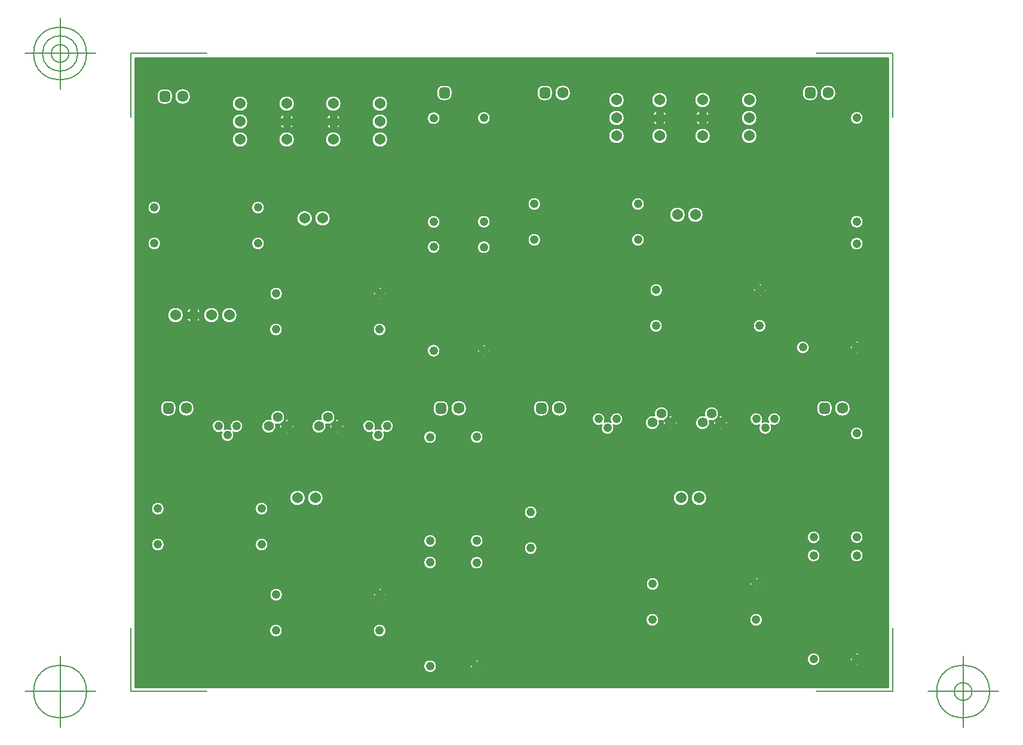
<source format=gbr>
G04 Generated by Ultiboard 14.2 *
%FSLAX33Y33*%
%MOMM*%

%ADD10C,0.001*%
%ADD11C,0.254*%
%ADD12C,0.127*%
%ADD13C,1.609*%
%ADD14R,0.529X0.529*%
%ADD15C,0.995*%
%ADD16C,1.537*%
%ADD17C,1.245*%
%ADD18C,1.397*%


G04 ColorRGB FF66CC for the following layer *
%LNCopper Inner 4*%
%LPD*%
G54D10*
G36*
X83691Y28577D02*
X83691Y28577D01*
X-22985Y28577D01*
X-22985Y117727D01*
X83691Y117727D01*
X83691Y28577D01*
D02*
G37*
%LPC*%
G36*
X71522Y113041D02*
X71522Y113041D01*
X71522Y112511D01*
G75*
D01*
G03X72379Y111654I857J0*
G01*
X72379Y111654D01*
X72909Y111654D01*
G75*
D01*
G03X73766Y112511I0J857*
G01*
X73766Y112511D01*
X73766Y113041D01*
G74*
D01*
G03X72909Y113898I857J0*
G01*
X72909Y113898D01*
X72379Y113898D01*
G75*
D01*
G03X71522Y113041I0J-857*
G01*
D02*
G37*
G36*
X72249Y109910D02*
G75*
D01*
G03X72249Y109910I-621J-722*
G01*
D02*
G37*
G36*
X72249Y46908D02*
G75*
D01*
G03X72249Y46908I903J304*
G01*
D02*
G37*
G36*
X72249Y32208D02*
G75*
D01*
G03X72249Y32208I903J304*
G01*
D02*
G37*
G36*
X72249Y49480D02*
G75*
D01*
G03X72249Y49480I903J304*
G01*
D02*
G37*
G36*
X72249Y95210D02*
G75*
D01*
G03X72249Y95210I-621J-722*
G01*
D02*
G37*
G36*
X72249Y92130D02*
G75*
D01*
G03X72249Y92130I-621J-722*
G01*
D02*
G37*
G36*
X79639Y75839D02*
X79639Y75839D01*
X79248Y76230D01*
X78857Y75839D01*
G75*
D01*
G03X79639Y75839I391J869*
G01*
D02*
G37*
G36*
X72249Y75986D02*
G75*
D01*
G03X72249Y75986I-621J722*
G01*
D02*
G37*
G36*
X72249Y64788D02*
G75*
D01*
G03X72249Y64788I903J-304*
G01*
D02*
G37*
G36*
X24249Y112022D02*
G75*
D01*
G03X24249Y112022I-881J754*
G01*
D02*
G37*
G36*
X249Y94140D02*
G75*
D01*
G03X249Y94140I767J856*
G01*
D02*
G37*
G36*
X249Y54250D02*
G75*
D01*
G03X249Y54250I-249J1122*
G01*
D02*
G37*
G36*
X48249Y49072D02*
G75*
D01*
G03X48249Y49072I-497J-812*
G01*
D02*
G37*
G36*
X18450Y75811D02*
G75*
D01*
G03X18450Y75811I854J421*
G01*
D02*
G37*
G36*
X48249Y90996D02*
G75*
D01*
G03X48249Y90996I11J952*
G01*
D02*
G37*
G36*
X48249Y96076D02*
G75*
D01*
G03X48249Y96076I11J952*
G01*
D02*
G37*
G36*
X26631Y75811D02*
G75*
D01*
G03X26631Y75811I-215J389*
G01*
D02*
G37*
G36*
X27285Y75809D02*
G75*
D01*
G03X27285Y76591I-869J391*
G01*
X27285Y76591D01*
X26894Y76200D01*
X27283Y75811D01*
X27285Y75809D01*
D02*
G37*
G36*
X25547Y75809D02*
X25547Y75809D01*
X25549Y75811D01*
X25938Y76200D01*
X25547Y76591D01*
G75*
D01*
G03X25547Y75809I869J-391*
G01*
D02*
G37*
G36*
X48249Y52528D02*
G75*
D01*
G03X48249Y52528I-497J812*
G01*
D02*
G37*
G36*
X78296Y109220D02*
G75*
D01*
G03X78296Y109220I952J0*
G01*
D02*
G37*
G36*
X74024Y112776D02*
G75*
D01*
G03X74024Y112776I1160J0*
G01*
D02*
G37*
G36*
X78296Y49816D02*
G75*
D01*
G03X78296Y49816I952J0*
G01*
D02*
G37*
G36*
X79639Y31643D02*
X79639Y31643D01*
X79248Y32034D01*
X78857Y31643D01*
G75*
D01*
G03X79639Y31643I391J869*
G01*
D02*
G37*
G36*
X80117Y32903D02*
X80117Y32903D01*
X79726Y32512D01*
X80117Y32121D01*
G75*
D01*
G03X80117Y32903I-869J391*
G01*
D02*
G37*
G36*
X78379Y32903D02*
G75*
D01*
G03X78379Y32121I869J-391*
G01*
X78379Y32121D01*
X78770Y32512D01*
X78379Y32903D01*
D02*
G37*
G36*
X78857Y33381D02*
X78857Y33381D01*
X79248Y32990D01*
X79639Y33381D01*
G75*
D01*
G03X78857Y33381I-391J-869*
G01*
D02*
G37*
G36*
X78804Y32512D02*
G75*
D01*
G03X78804Y32512I444J0*
G01*
D02*
G37*
G36*
X78296Y47212D02*
G75*
D01*
G03X78296Y47212I952J0*
G01*
D02*
G37*
G36*
X78296Y94520D02*
G75*
D01*
G03X78296Y94520I952J0*
G01*
D02*
G37*
G36*
X80117Y77099D02*
X80117Y77099D01*
X79726Y76708D01*
X80117Y76317D01*
G75*
D01*
G03X80117Y77099I-869J391*
G01*
D02*
G37*
G36*
X78379Y77099D02*
G75*
D01*
G03X78379Y76317I869J-391*
G01*
X78379Y76317D01*
X78770Y76708D01*
X78379Y77099D01*
D02*
G37*
G36*
X78857Y77577D02*
X78857Y77577D01*
X79248Y77186D01*
X79639Y77577D01*
G75*
D01*
G03X78857Y77577I-391J-869*
G01*
D02*
G37*
G36*
X78804Y76708D02*
G75*
D01*
G03X78804Y76708I444J0*
G01*
D02*
G37*
G36*
X78296Y91408D02*
G75*
D01*
G03X78296Y91408I952J0*
G01*
D02*
G37*
G36*
X78296Y64516D02*
G75*
D01*
G03X78296Y64516I952J0*
G01*
D02*
G37*
G36*
X73554Y68337D02*
X73554Y68337D01*
X73554Y67807D01*
G75*
D01*
G03X74411Y66950I857J0*
G01*
X74411Y66950D01*
X74941Y66950D01*
G75*
D01*
G03X75798Y67807I0J857*
G01*
X75798Y67807D01*
X75798Y68337D01*
G74*
D01*
G03X74941Y69194I857J0*
G01*
X74941Y69194D01*
X74411Y69194D01*
G75*
D01*
G03X73554Y68337I0J-857*
G01*
D02*
G37*
G36*
X76056Y68072D02*
G75*
D01*
G03X76056Y68072I1160J0*
G01*
D02*
G37*
G36*
X-9277Y106172D02*
G75*
D01*
G03X-9277Y106172I1149J0*
G01*
D02*
G37*
G36*
X-2673Y106172D02*
G75*
D01*
G03X-2673Y106172I1149J0*
G01*
D02*
G37*
G36*
X-9277Y108712D02*
G75*
D01*
G03X-9277Y108712I1149J0*
G01*
D02*
G37*
G36*
X-1097Y109120D02*
X-1097Y109120D01*
X-449Y109120D01*
G74*
D01*
G03X-1116Y109787I1075J408*
G01*
X-1116Y109787D01*
X-1116Y109139D01*
G75*
D01*
G03X-1932Y109139I-408J-427*
G01*
X-1932Y109139D01*
X-1932Y109787D01*
G74*
D01*
G03X-2599Y109120I408J1075*
G01*
X-2599Y109120D01*
X-1951Y109120D01*
G75*
D01*
G03X-1951Y108304I427J-408*
G01*
X-1951Y108304D01*
X-2599Y108304D01*
G74*
D01*
G03X-1932Y107637I1075J408*
G01*
X-1932Y107637D01*
X-1932Y108285D01*
G75*
D01*
G03X-1116Y108285I408J427*
G01*
X-1116Y108285D01*
X-1116Y107637D01*
G74*
D01*
G03X-449Y108304I408J1075*
G01*
X-449Y108304D01*
X-1097Y108304D01*
G75*
D01*
G03X-1097Y109120I-427J408*
G01*
D02*
G37*
G36*
X-19918Y112533D02*
X-19918Y112533D01*
X-19918Y112003D01*
G75*
D01*
G03X-19061Y111146I857J0*
G01*
X-19061Y111146D01*
X-18531Y111146D01*
G75*
D01*
G03X-17674Y112003I0J857*
G01*
X-17674Y112003D01*
X-17674Y112533D01*
G74*
D01*
G03X-18531Y113390I857J0*
G01*
X-18531Y113390D01*
X-19061Y113390D01*
G75*
D01*
G03X-19918Y112533I0J-857*
G01*
D02*
G37*
G36*
X-17416Y112268D02*
G75*
D01*
G03X-17416Y112268I1160J0*
G01*
D02*
G37*
G36*
X-9277Y111252D02*
G75*
D01*
G03X-9277Y111252I1149J0*
G01*
D02*
G37*
G36*
X-2673Y111252D02*
G75*
D01*
G03X-2673Y111252I1149J0*
G01*
D02*
G37*
G36*
X3931Y106172D02*
G75*
D01*
G03X3931Y106172I1149J0*
G01*
D02*
G37*
G36*
X10535Y106172D02*
G75*
D01*
G03X10535Y106172I1149J0*
G01*
D02*
G37*
G36*
X5507Y109120D02*
X5507Y109120D01*
X6155Y109120D01*
G74*
D01*
G03X5488Y109787I1075J408*
G01*
X5488Y109787D01*
X5488Y109139D01*
G75*
D01*
G03X4672Y109139I-408J-427*
G01*
X4672Y109139D01*
X4672Y109787D01*
G74*
D01*
G03X4005Y109120I408J1075*
G01*
X4005Y109120D01*
X4653Y109120D01*
G75*
D01*
G03X4653Y108304I427J-408*
G01*
X4653Y108304D01*
X4005Y108304D01*
G74*
D01*
G03X4672Y107637I1075J408*
G01*
X4672Y107637D01*
X4672Y108285D01*
G75*
D01*
G03X5488Y108285I408J427*
G01*
X5488Y108285D01*
X5488Y107637D01*
G74*
D01*
G03X6155Y108304I408J1075*
G01*
X6155Y108304D01*
X5507Y108304D01*
G75*
D01*
G03X5507Y109120I-427J408*
G01*
D02*
G37*
G36*
X10535Y108712D02*
G75*
D01*
G03X10535Y108712I1149J0*
G01*
D02*
G37*
G36*
X18352Y109188D02*
G75*
D01*
G03X18352Y109188I952J0*
G01*
D02*
G37*
G36*
X3931Y111252D02*
G75*
D01*
G03X3931Y111252I1149J0*
G01*
D02*
G37*
G36*
X10535Y111252D02*
G75*
D01*
G03X10535Y111252I1149J0*
G01*
D02*
G37*
G36*
X19706Y113041D02*
X19706Y113041D01*
X19706Y112511D01*
G75*
D01*
G03X20563Y111654I857J0*
G01*
X20563Y111654D01*
X21093Y111654D01*
G75*
D01*
G03X21950Y112511I0J857*
G01*
X21950Y112511D01*
X21950Y113041D01*
G74*
D01*
G03X21093Y113898I857J0*
G01*
X21093Y113898D01*
X20563Y113898D01*
G75*
D01*
G03X19706Y113041I0J-857*
G01*
D02*
G37*
G36*
X50159Y106680D02*
G75*
D01*
G03X50159Y106680I1149J0*
G01*
D02*
G37*
G36*
X56255Y106680D02*
G75*
D01*
G03X56255Y106680I1149J0*
G01*
D02*
G37*
G36*
X62859Y106680D02*
G75*
D01*
G03X62859Y106680I1149J0*
G01*
D02*
G37*
G36*
X51735Y109628D02*
X51735Y109628D01*
X52383Y109628D01*
G74*
D01*
G03X51716Y110295I1075J408*
G01*
X51716Y110295D01*
X51716Y109647D01*
G75*
D01*
G03X50900Y109647I-408J-427*
G01*
X50900Y109647D01*
X50900Y110295D01*
G74*
D01*
G03X50233Y109628I408J1075*
G01*
X50233Y109628D01*
X50881Y109628D01*
G75*
D01*
G03X50881Y108812I427J-408*
G01*
X50881Y108812D01*
X50233Y108812D01*
G74*
D01*
G03X50900Y108145I1075J408*
G01*
X50900Y108145D01*
X50900Y108793D01*
G75*
D01*
G03X51716Y108793I408J427*
G01*
X51716Y108793D01*
X51716Y108145D01*
G74*
D01*
G03X52383Y108812I408J1075*
G01*
X52383Y108812D01*
X51735Y108812D01*
G75*
D01*
G03X51735Y109628I-427J408*
G01*
D02*
G37*
G36*
X57831Y109628D02*
X57831Y109628D01*
X58479Y109628D01*
G74*
D01*
G03X57812Y110295I1075J408*
G01*
X57812Y110295D01*
X57812Y109647D01*
G75*
D01*
G03X56996Y109647I-408J-427*
G01*
X56996Y109647D01*
X56996Y110295D01*
G74*
D01*
G03X56329Y109628I408J1075*
G01*
X56329Y109628D01*
X56977Y109628D01*
G75*
D01*
G03X56977Y108812I427J-408*
G01*
X56977Y108812D01*
X56329Y108812D01*
G74*
D01*
G03X56996Y108145I1075J408*
G01*
X56996Y108145D01*
X56996Y108793D01*
G75*
D01*
G03X57812Y108793I408J427*
G01*
X57812Y108793D01*
X57812Y108145D01*
G74*
D01*
G03X58479Y108812I408J1075*
G01*
X58479Y108812D01*
X57831Y108812D01*
G75*
D01*
G03X57831Y109628I-427J408*
G01*
D02*
G37*
G36*
X62859Y109220D02*
G75*
D01*
G03X62859Y109220I1149J0*
G01*
D02*
G37*
G36*
X50159Y111760D02*
G75*
D01*
G03X50159Y111760I1149J0*
G01*
D02*
G37*
G36*
X56255Y111760D02*
G75*
D01*
G03X56255Y111760I1149J0*
G01*
D02*
G37*
G36*
X62859Y111760D02*
G75*
D01*
G03X62859Y111760I1149J0*
G01*
D02*
G37*
G36*
X44063Y106680D02*
G75*
D01*
G03X44063Y106680I1149J0*
G01*
D02*
G37*
G36*
X25464Y109220D02*
G75*
D01*
G03X25464Y109220I952J0*
G01*
D02*
G37*
G36*
X44063Y109220D02*
G75*
D01*
G03X44063Y109220I1149J0*
G01*
D02*
G37*
G36*
X33930Y113041D02*
X33930Y113041D01*
X33930Y112511D01*
G75*
D01*
G03X34787Y111654I857J0*
G01*
X34787Y111654D01*
X35317Y111654D01*
G75*
D01*
G03X36174Y112511I0J857*
G01*
X36174Y112511D01*
X36174Y113041D01*
G74*
D01*
G03X35317Y113898I857J0*
G01*
X35317Y113898D01*
X34787Y113898D01*
G75*
D01*
G03X33930Y113041I0J-857*
G01*
D02*
G37*
G36*
X36432Y112776D02*
G75*
D01*
G03X36432Y112776I1160J0*
G01*
D02*
G37*
G36*
X44063Y111760D02*
G75*
D01*
G03X44063Y111760I1149J0*
G01*
D02*
G37*
G36*
X-6032Y48768D02*
G75*
D01*
G03X-6032Y48768I952J0*
G01*
D02*
G37*
G36*
X-4000Y36576D02*
G75*
D01*
G03X-4000Y36576I952J0*
G01*
D02*
G37*
G36*
X-3968Y41656D02*
G75*
D01*
G03X-3968Y41656I952J0*
G01*
D02*
G37*
G36*
X-20732Y48768D02*
G75*
D01*
G03X-20732Y48768I952J0*
G01*
D02*
G37*
G36*
X-6540Y96520D02*
G75*
D01*
G03X-6540Y96520I952J0*
G01*
D02*
G37*
G36*
X-4000Y79248D02*
G75*
D01*
G03X-4000Y79248I952J0*
G01*
D02*
G37*
G36*
X-18421Y81280D02*
G75*
D01*
G03X-18421Y81280I1149J0*
G01*
D02*
G37*
G36*
X-14305Y81688D02*
X-14305Y81688D01*
X-13657Y81688D01*
G74*
D01*
G03X-14324Y82355I1075J408*
G01*
X-14324Y82355D01*
X-14324Y81707D01*
G75*
D01*
G03X-15140Y81707I-408J-427*
G01*
X-15140Y81707D01*
X-15140Y82355D01*
G74*
D01*
G03X-15807Y81688I408J1075*
G01*
X-15807Y81688D01*
X-15159Y81688D01*
G75*
D01*
G03X-15159Y80872I427J-408*
G01*
X-15159Y80872D01*
X-15807Y80872D01*
G74*
D01*
G03X-15140Y80205I1075J408*
G01*
X-15140Y80205D01*
X-15140Y80853D01*
G75*
D01*
G03X-14324Y80853I408J427*
G01*
X-14324Y80853D01*
X-14324Y80205D01*
G74*
D01*
G03X-13657Y80872I408J1075*
G01*
X-13657Y80872D01*
X-14305Y80872D01*
G75*
D01*
G03X-14305Y81688I-427J408*
G01*
D02*
G37*
G36*
X-13341Y81280D02*
G75*
D01*
G03X-13341Y81280I1149J0*
G01*
D02*
G37*
G36*
X-10801Y81280D02*
G75*
D01*
G03X-10801Y81280I1149J0*
G01*
D02*
G37*
G36*
X-3968Y84328D02*
G75*
D01*
G03X-3968Y84328I952J0*
G01*
D02*
G37*
G36*
X-21240Y91440D02*
G75*
D01*
G03X-21240Y91440I952J0*
G01*
D02*
G37*
G36*
X-6540Y91440D02*
G75*
D01*
G03X-6540Y91440I952J0*
G01*
D02*
G37*
G36*
X-21240Y96520D02*
G75*
D01*
G03X-21240Y96520I952J0*
G01*
D02*
G37*
G36*
X-3039Y65777D02*
G75*
D01*
G03X-2549Y65777I245J1025*
G01*
G75*
D01*
G03X-2485Y65099I1025J-245*
G01*
X-2485Y65099D01*
X-2053Y65532D01*
X-2361Y65841D01*
G74*
D01*
G03X-1833Y66369I433J961*
G01*
X-1833Y66369D01*
X-1524Y66061D01*
X-1091Y66493D01*
G75*
D01*
G03X-1769Y66557I-433J-961*
G01*
G75*
D01*
G03X-3819Y66557I-1025J245*
G01*
G75*
D01*
G03X-3039Y65777I-245J-1025*
G01*
D02*
G37*
G36*
X-20732Y53848D02*
G75*
D01*
G03X-20732Y53848I952J0*
G01*
D02*
G37*
G36*
X-6032Y53848D02*
G75*
D01*
G03X-6032Y53848I952J0*
G01*
D02*
G37*
G36*
X-9496Y65122D02*
G75*
D01*
G03X-10316Y65122I-410J-860*
G01*
G75*
D01*
G03X-10766Y64672I-860J410*
G01*
G75*
D01*
G03X-9046Y64672I860J-410*
G01*
G75*
D01*
G03X-9496Y65122I410J860*
G01*
D02*
G37*
G36*
X-2032Y65532D02*
G75*
D01*
G03X-2032Y65532I508J0*
G01*
D02*
G37*
G36*
X-563Y65965D02*
X-563Y65965D01*
X-995Y65532D01*
X-563Y65099D01*
G75*
D01*
G03X-563Y65965I-961J433*
G01*
D02*
G37*
G36*
X-1091Y64571D02*
X-1091Y64571D01*
X-1524Y65003D01*
X-1957Y64571D01*
G75*
D01*
G03X-1091Y64571I433J961*
G01*
D02*
G37*
G36*
X-19410Y68337D02*
X-19410Y68337D01*
X-19410Y67807D01*
G75*
D01*
G03X-18553Y66950I857J0*
G01*
X-18553Y66950D01*
X-18023Y66950D01*
G75*
D01*
G03X-17166Y67807I0J857*
G01*
X-17166Y67807D01*
X-17166Y68337D01*
G74*
D01*
G03X-18023Y69194I857J0*
G01*
X-18023Y69194D01*
X-18553Y69194D01*
G75*
D01*
G03X-19410Y68337I0J-857*
G01*
D02*
G37*
G36*
X-16908Y68072D02*
G75*
D01*
G03X-16908Y68072I1160J0*
G01*
D02*
G37*
G36*
X17844Y49276D02*
G75*
D01*
G03X17844Y49276I952J0*
G01*
D02*
G37*
G36*
X17844Y31528D02*
G75*
D01*
G03X17844Y31528I952J0*
G01*
D02*
G37*
G36*
X10700Y36576D02*
G75*
D01*
G03X10700Y36576I952J0*
G01*
D02*
G37*
G36*
X10815Y42047D02*
G75*
D01*
G03X10815Y41265I869J-391*
G01*
X10815Y41265D01*
X11206Y41656D01*
X10815Y42047D01*
D02*
G37*
G36*
X12075Y40787D02*
X12075Y40787D01*
X11684Y41178D01*
X11293Y40787D01*
G75*
D01*
G03X12075Y40787I391J869*
G01*
D02*
G37*
G36*
X11240Y41656D02*
G75*
D01*
G03X11240Y41656I444J0*
G01*
D02*
G37*
G36*
X12553Y42047D02*
X12553Y42047D01*
X12162Y41656D01*
X12553Y41265D01*
G75*
D01*
G03X12553Y42047I-869J391*
G01*
D02*
G37*
G36*
X11293Y42525D02*
X11293Y42525D01*
X11684Y42134D01*
X12075Y42525D01*
G75*
D01*
G03X11293Y42525I-391J-869*
G01*
D02*
G37*
G36*
X17844Y46228D02*
G75*
D01*
G03X17844Y46228I952J0*
G01*
D02*
G37*
G36*
X49340Y38100D02*
G75*
D01*
G03X49340Y38100I952J0*
G01*
D02*
G37*
G36*
X64040Y38100D02*
G75*
D01*
G03X64040Y38100I952J0*
G01*
D02*
G37*
G36*
X49372Y43180D02*
G75*
D01*
G03X49372Y43180I952J0*
G01*
D02*
G37*
G36*
X64633Y44049D02*
X64633Y44049D01*
X65024Y43658D01*
X65415Y44049D01*
G75*
D01*
G03X64633Y44049I-391J-869*
G01*
D02*
G37*
G36*
X64155Y43571D02*
G75*
D01*
G03X64155Y42789I869J-391*
G01*
X64155Y42789D01*
X64546Y43180D01*
X64155Y43571D01*
D02*
G37*
G36*
X65893Y43571D02*
X65893Y43571D01*
X65502Y43180D01*
X65893Y42789D01*
G75*
D01*
G03X65893Y43571I-869J391*
G01*
D02*
G37*
G36*
X65415Y42311D02*
X65415Y42311D01*
X65024Y42702D01*
X64633Y42311D01*
G75*
D01*
G03X65415Y42311I391J869*
G01*
D02*
G37*
G36*
X64580Y43180D02*
G75*
D01*
G03X64580Y43180I444J0*
G01*
D02*
G37*
G36*
X24448Y49308D02*
G75*
D01*
G03X24448Y49308I952J0*
G01*
D02*
G37*
G36*
X25009Y32365D02*
X25009Y32365D01*
X25400Y31974D01*
X25791Y32365D01*
G75*
D01*
G03X25009Y32365I-391J-869*
G01*
D02*
G37*
G36*
X26269Y31887D02*
X26269Y31887D01*
X25878Y31496D01*
X26269Y31105D01*
G75*
D01*
G03X26269Y31887I-869J391*
G01*
D02*
G37*
G36*
X24531Y31887D02*
G75*
D01*
G03X24531Y31105I869J-391*
G01*
X24531Y31105D01*
X24922Y31496D01*
X24531Y31887D01*
D02*
G37*
G36*
X25791Y30627D02*
X25791Y30627D01*
X25400Y31018D01*
X25009Y30627D01*
G75*
D01*
G03X25791Y30627I391J869*
G01*
D02*
G37*
G36*
X24956Y31496D02*
G75*
D01*
G03X24956Y31496I444J0*
G01*
D02*
G37*
G36*
X24448Y46196D02*
G75*
D01*
G03X24448Y46196I952J0*
G01*
D02*
G37*
G36*
X32100Y48260D02*
G75*
D01*
G03X32100Y48260I952J0*
G01*
D02*
G37*
G36*
X18352Y94488D02*
G75*
D01*
G03X18352Y94488I952J0*
G01*
D02*
G37*
G36*
X10700Y79248D02*
G75*
D01*
G03X10700Y79248I952J0*
G01*
D02*
G37*
G36*
X10815Y84719D02*
G75*
D01*
G03X10815Y83937I869J-391*
G01*
X10815Y83937D01*
X11206Y84328D01*
X10815Y84719D01*
D02*
G37*
G36*
X12075Y83459D02*
X12075Y83459D01*
X11684Y83850D01*
X11293Y83459D01*
G75*
D01*
G03X12075Y83459I391J869*
G01*
D02*
G37*
G36*
X11240Y84328D02*
G75*
D01*
G03X11240Y84328I444J0*
G01*
D02*
G37*
G36*
X12553Y84719D02*
X12553Y84719D01*
X12162Y84328D01*
X12553Y83937D01*
G75*
D01*
G03X12553Y84719I-869J391*
G01*
D02*
G37*
G36*
X11293Y85197D02*
X11293Y85197D01*
X11684Y84806D01*
X12075Y85197D01*
G75*
D01*
G03X11293Y85197I-391J-869*
G01*
D02*
G37*
G36*
X18352Y90932D02*
G75*
D01*
G03X18352Y90932I952J0*
G01*
D02*
G37*
G36*
X2407Y94996D02*
G75*
D01*
G03X2407Y94996I1149J0*
G01*
D02*
G37*
G36*
X49848Y79756D02*
G75*
D01*
G03X49848Y79756I952J0*
G01*
D02*
G37*
G36*
X64548Y79756D02*
G75*
D01*
G03X64548Y79756I952J0*
G01*
D02*
G37*
G36*
X49880Y84836D02*
G75*
D01*
G03X49880Y84836I952J0*
G01*
D02*
G37*
G36*
X65923Y83967D02*
X65923Y83967D01*
X65532Y84358D01*
X65141Y83967D01*
G75*
D01*
G03X65923Y83967I391J869*
G01*
D02*
G37*
G36*
X64663Y85227D02*
G75*
D01*
G03X64663Y84445I869J-391*
G01*
X64663Y84445D01*
X65054Y84836D01*
X64663Y85227D01*
D02*
G37*
G36*
X65141Y85705D02*
X65141Y85705D01*
X65532Y85314D01*
X65923Y85705D01*
G75*
D01*
G03X65141Y85705I-391J-869*
G01*
D02*
G37*
G36*
X65088Y84836D02*
G75*
D01*
G03X65088Y84836I444J0*
G01*
D02*
G37*
G36*
X66401Y85227D02*
X66401Y85227D01*
X66010Y84836D01*
X66401Y84445D01*
G75*
D01*
G03X66401Y85227I-869J391*
G01*
D02*
G37*
G36*
X52699Y95504D02*
G75*
D01*
G03X52699Y95504I1149J0*
G01*
D02*
G37*
G36*
X55239Y95504D02*
G75*
D01*
G03X55239Y95504I1149J0*
G01*
D02*
G37*
G36*
X1391Y55372D02*
G75*
D01*
G03X1391Y55372I1149J0*
G01*
D02*
G37*
G36*
X11840Y65122D02*
G75*
D01*
G03X11020Y65122I-410J-860*
G01*
G75*
D01*
G03X10570Y64672I-860J410*
G01*
G75*
D01*
G03X12290Y64672I860J-410*
G01*
G75*
D01*
G03X11840Y65122I410J860*
G01*
D02*
G37*
G36*
X17844Y63976D02*
G75*
D01*
G03X17844Y63976I952J0*
G01*
D02*
G37*
G36*
X5343Y66557D02*
G75*
D01*
G03X3293Y66557I-1025J245*
G01*
G75*
D01*
G03X4073Y65777I-245J-1025*
G01*
G75*
D01*
G03X4563Y65777I245J1025*
G01*
G75*
D01*
G03X4627Y65099I1025J-245*
G01*
X4627Y65099D01*
X5059Y65532D01*
X4751Y65841D01*
G74*
D01*
G03X5279Y66369I433J961*
G01*
X5279Y66369D01*
X5588Y66061D01*
X6021Y66493D01*
G75*
D01*
G03X5343Y66557I-433J-961*
G01*
D02*
G37*
G36*
X6021Y64571D02*
X6021Y64571D01*
X5588Y65003D01*
X5155Y64571D01*
G75*
D01*
G03X6021Y64571I433J961*
G01*
D02*
G37*
G36*
X5080Y65532D02*
G75*
D01*
G03X5080Y65532I508J0*
G01*
D02*
G37*
G36*
X6549Y65965D02*
X6549Y65965D01*
X6117Y65532D01*
X6549Y65099D01*
G75*
D01*
G03X6549Y65965I-961J433*
G01*
D02*
G37*
G36*
X19198Y68337D02*
X19198Y68337D01*
X19198Y67807D01*
G75*
D01*
G03X20055Y66950I857J0*
G01*
X20055Y66950D01*
X20585Y66950D01*
G75*
D01*
G03X21442Y67807I0J857*
G01*
X21442Y67807D01*
X21442Y68337D01*
G74*
D01*
G03X20585Y69194I857J0*
G01*
X20585Y69194D01*
X20055Y69194D01*
G75*
D01*
G03X19198Y68337I0J-857*
G01*
D02*
G37*
G36*
X21700Y68072D02*
G75*
D01*
G03X21700Y68072I1160J0*
G01*
D02*
G37*
G36*
X26025Y77069D02*
X26025Y77069D01*
X26416Y76678D01*
X26807Y77069D01*
G75*
D01*
G03X26025Y77069I-391J-869*
G01*
D02*
G37*
G36*
X25464Y90900D02*
G75*
D01*
G03X25464Y90900I952J0*
G01*
D02*
G37*
G36*
X32608Y91948D02*
G75*
D01*
G03X32608Y91948I952J0*
G01*
D02*
G37*
G36*
X25464Y94520D02*
G75*
D01*
G03X25464Y94520I952J0*
G01*
D02*
G37*
G36*
X32608Y97028D02*
G75*
D01*
G03X32608Y97028I952J0*
G01*
D02*
G37*
G36*
X53207Y55372D02*
G75*
D01*
G03X53207Y55372I1149J0*
G01*
D02*
G37*
G36*
X55747Y55372D02*
G75*
D01*
G03X55747Y55372I1149J0*
G01*
D02*
G37*
G36*
X51995Y66349D02*
G74*
D01*
G03X52523Y66877I433J961*
G01*
X52523Y66877D01*
X52832Y66569D01*
X53265Y67001D01*
G75*
D01*
G03X52587Y67065I-433J-961*
G01*
G75*
D01*
G03X50537Y67065I-1025J245*
G01*
G75*
D01*
G03X51317Y66285I-245J-1025*
G01*
G75*
D01*
G03X51807Y66285I245J1025*
G01*
G75*
D01*
G03X51871Y65607I1025J-245*
G01*
X51871Y65607D01*
X52303Y66040D01*
X51995Y66349D01*
D02*
G37*
G36*
X52324Y66040D02*
G75*
D01*
G03X52324Y66040I508J0*
G01*
D02*
G37*
G36*
X53793Y66473D02*
X53793Y66473D01*
X53361Y66040D01*
X53793Y65607D01*
G75*
D01*
G03X53793Y66473I-961J433*
G01*
D02*
G37*
G36*
X53265Y65079D02*
X53265Y65079D01*
X52832Y65511D01*
X52399Y65079D01*
G75*
D01*
G03X53265Y65079I433J961*
G01*
D02*
G37*
G36*
X59107Y66349D02*
G74*
D01*
G03X59635Y66877I433J961*
G01*
X59635Y66877D01*
X59944Y66569D01*
X60377Y67001D01*
G75*
D01*
G03X59699Y67065I-433J-961*
G01*
G75*
D01*
G03X57649Y67065I-1025J245*
G01*
G75*
D01*
G03X58429Y66285I-245J-1025*
G01*
G75*
D01*
G03X58919Y66285I245J1025*
G01*
G75*
D01*
G03X58983Y65607I1025J-245*
G01*
X58983Y65607D01*
X59415Y66040D01*
X59107Y66349D01*
D02*
G37*
G36*
X59436Y66040D02*
G75*
D01*
G03X59436Y66040I508J0*
G01*
D02*
G37*
G36*
X60377Y65079D02*
X60377Y65079D01*
X59944Y65511D01*
X59511Y65079D01*
G75*
D01*
G03X60377Y65079I433J961*
G01*
D02*
G37*
G36*
X60905Y66473D02*
X60905Y66473D01*
X60473Y66040D01*
X60905Y65607D01*
G75*
D01*
G03X60905Y66473I-961J433*
G01*
D02*
G37*
G36*
X66704Y66138D02*
G75*
D01*
G03X65884Y66138I-410J-860*
G01*
G75*
D01*
G03X65434Y65688I-860J410*
G01*
G75*
D01*
G03X67154Y65688I860J-410*
G01*
G75*
D01*
G03X66704Y66138I410J860*
G01*
D02*
G37*
G36*
X26807Y75331D02*
X26807Y75331D01*
X26416Y75722D01*
X26025Y75331D01*
G75*
D01*
G03X26807Y75331I391J869*
G01*
D02*
G37*
G36*
X32100Y53340D02*
G75*
D01*
G03X32100Y53340I952J0*
G01*
D02*
G37*
G36*
X24448Y64008D02*
G75*
D01*
G03X24448Y64008I952J0*
G01*
D02*
G37*
G36*
X44352Y66138D02*
G75*
D01*
G03X43532Y66138I-410J-860*
G01*
G75*
D01*
G03X43082Y65688I-860J410*
G01*
G75*
D01*
G03X44802Y65688I860J-410*
G01*
G75*
D01*
G03X44352Y66138I410J860*
G01*
D02*
G37*
G36*
X33422Y68337D02*
X33422Y68337D01*
X33422Y67807D01*
G75*
D01*
G03X34279Y66950I857J0*
G01*
X34279Y66950D01*
X34809Y66950D01*
G75*
D01*
G03X35666Y67807I0J857*
G01*
X35666Y67807D01*
X35666Y68337D01*
G74*
D01*
G03X34809Y69194I857J0*
G01*
X34809Y69194D01*
X34279Y69194D01*
G75*
D01*
G03X33422Y68337I0J-857*
G01*
D02*
G37*
G36*
X35924Y68072D02*
G75*
D01*
G03X35924Y68072I1160J0*
G01*
D02*
G37*
%LPD*%
G54D11*
X71522Y113041D02*
X71522Y112511D01*
G75*
D01*
G03X72379Y111654I857J0*
G01*
X72909Y111654D01*
G75*
D01*
G03X73766Y112511I0J857*
G01*
X73766Y113041D01*
G74*
D01*
G03X72909Y113898I857J0*
G01*
X72379Y113898D01*
G75*
D01*
G03X71522Y113041I0J-857*
G01*
X72249Y109910D02*
G75*
D01*
G03X72249Y109910I-621J-722*
G01*
X72249Y46908D02*
G75*
D01*
G03X72249Y46908I903J304*
G01*
X72249Y32208D02*
G75*
D01*
G03X72249Y32208I903J304*
G01*
X72249Y49480D02*
G75*
D01*
G03X72249Y49480I903J304*
G01*
X72249Y95210D02*
G75*
D01*
G03X72249Y95210I-621J-722*
G01*
X72249Y92130D02*
G75*
D01*
G03X72249Y92130I-621J-722*
G01*
X79639Y75839D02*
X79248Y76230D01*
X78857Y75839D01*
G75*
D01*
G03X79639Y75839I391J869*
G01*
X72249Y75986D02*
G75*
D01*
G03X72249Y75986I-621J722*
G01*
X72249Y64788D02*
G75*
D01*
G03X72249Y64788I903J-304*
G01*
X24249Y112022D02*
G75*
D01*
G03X24249Y112022I-881J754*
G01*
X249Y94140D02*
G75*
D01*
G03X249Y94140I767J856*
G01*
X249Y54250D02*
G75*
D01*
G03X249Y54250I-249J1122*
G01*
X48249Y49072D02*
G75*
D01*
G03X48249Y49072I-497J-812*
G01*
X18450Y75811D02*
G75*
D01*
G03X18450Y75811I854J421*
G01*
X48249Y90996D02*
G75*
D01*
G03X48249Y90996I11J952*
G01*
X48249Y96076D02*
G75*
D01*
G03X48249Y96076I11J952*
G01*
X26631Y75811D02*
G75*
D01*
G03X26631Y75811I-215J389*
G01*
X27285Y75809D02*
G75*
D01*
G03X27285Y76591I-869J391*
G01*
X26894Y76200D01*
X27283Y75811D01*
X27285Y75809D01*
X25547Y75809D02*
X25549Y75811D01*
X25938Y76200D01*
X25547Y76591D01*
G75*
D01*
G03X25547Y75809I869J-391*
G01*
X48249Y52528D02*
G75*
D01*
G03X48249Y52528I-497J812*
G01*
X78296Y109220D02*
G75*
D01*
G03X78296Y109220I952J0*
G01*
X74024Y112776D02*
G75*
D01*
G03X74024Y112776I1160J0*
G01*
X78296Y49816D02*
G75*
D01*
G03X78296Y49816I952J0*
G01*
X79639Y31643D02*
X79248Y32034D01*
X78857Y31643D01*
G75*
D01*
G03X79639Y31643I391J869*
G01*
X80117Y32903D02*
X79726Y32512D01*
X80117Y32121D01*
G75*
D01*
G03X80117Y32903I-869J391*
G01*
X78379Y32903D02*
G75*
D01*
G03X78379Y32121I869J-391*
G01*
X78770Y32512D01*
X78379Y32903D01*
X78857Y33381D02*
X79248Y32990D01*
X79639Y33381D01*
G75*
D01*
G03X78857Y33381I-391J-869*
G01*
X78804Y32512D02*
G75*
D01*
G03X78804Y32512I444J0*
G01*
X78296Y47212D02*
G75*
D01*
G03X78296Y47212I952J0*
G01*
X78296Y94520D02*
G75*
D01*
G03X78296Y94520I952J0*
G01*
X80117Y77099D02*
X79726Y76708D01*
X80117Y76317D01*
G75*
D01*
G03X80117Y77099I-869J391*
G01*
X78379Y77099D02*
G75*
D01*
G03X78379Y76317I869J-391*
G01*
X78770Y76708D01*
X78379Y77099D01*
X78857Y77577D02*
X79248Y77186D01*
X79639Y77577D01*
G75*
D01*
G03X78857Y77577I-391J-869*
G01*
X78804Y76708D02*
G75*
D01*
G03X78804Y76708I444J0*
G01*
X78296Y91408D02*
G75*
D01*
G03X78296Y91408I952J0*
G01*
X78296Y64516D02*
G75*
D01*
G03X78296Y64516I952J0*
G01*
X73554Y68337D02*
X73554Y67807D01*
G75*
D01*
G03X74411Y66950I857J0*
G01*
X74941Y66950D01*
G75*
D01*
G03X75798Y67807I0J857*
G01*
X75798Y68337D01*
G74*
D01*
G03X74941Y69194I857J0*
G01*
X74411Y69194D01*
G75*
D01*
G03X73554Y68337I0J-857*
G01*
X76056Y68072D02*
G75*
D01*
G03X76056Y68072I1160J0*
G01*
X-9277Y106172D02*
G75*
D01*
G03X-9277Y106172I1149J0*
G01*
X-2673Y106172D02*
G75*
D01*
G03X-2673Y106172I1149J0*
G01*
X-9277Y108712D02*
G75*
D01*
G03X-9277Y108712I1149J0*
G01*
X-1097Y109120D02*
X-449Y109120D01*
G74*
D01*
G03X-1116Y109787I1075J408*
G01*
X-1116Y109139D01*
G75*
D01*
G03X-1932Y109139I-408J-427*
G01*
X-1932Y109787D01*
G74*
D01*
G03X-2599Y109120I408J1075*
G01*
X-1951Y109120D01*
G75*
D01*
G03X-1951Y108304I427J-408*
G01*
X-2599Y108304D01*
G74*
D01*
G03X-1932Y107637I1075J408*
G01*
X-1932Y108285D01*
G75*
D01*
G03X-1116Y108285I408J427*
G01*
X-1116Y107637D01*
G74*
D01*
G03X-449Y108304I408J1075*
G01*
X-1097Y108304D01*
G75*
D01*
G03X-1097Y109120I-427J408*
G01*
X-19918Y112533D02*
X-19918Y112003D01*
G75*
D01*
G03X-19061Y111146I857J0*
G01*
X-18531Y111146D01*
G75*
D01*
G03X-17674Y112003I0J857*
G01*
X-17674Y112533D01*
G74*
D01*
G03X-18531Y113390I857J0*
G01*
X-19061Y113390D01*
G75*
D01*
G03X-19918Y112533I0J-857*
G01*
X-17416Y112268D02*
G75*
D01*
G03X-17416Y112268I1160J0*
G01*
X-9277Y111252D02*
G75*
D01*
G03X-9277Y111252I1149J0*
G01*
X-2673Y111252D02*
G75*
D01*
G03X-2673Y111252I1149J0*
G01*
X3931Y106172D02*
G75*
D01*
G03X3931Y106172I1149J0*
G01*
X10535Y106172D02*
G75*
D01*
G03X10535Y106172I1149J0*
G01*
X5507Y109120D02*
X6155Y109120D01*
G74*
D01*
G03X5488Y109787I1075J408*
G01*
X5488Y109139D01*
G75*
D01*
G03X4672Y109139I-408J-427*
G01*
X4672Y109787D01*
G74*
D01*
G03X4005Y109120I408J1075*
G01*
X4653Y109120D01*
G75*
D01*
G03X4653Y108304I427J-408*
G01*
X4005Y108304D01*
G74*
D01*
G03X4672Y107637I1075J408*
G01*
X4672Y108285D01*
G75*
D01*
G03X5488Y108285I408J427*
G01*
X5488Y107637D01*
G74*
D01*
G03X6155Y108304I408J1075*
G01*
X5507Y108304D01*
G75*
D01*
G03X5507Y109120I-427J408*
G01*
X10535Y108712D02*
G75*
D01*
G03X10535Y108712I1149J0*
G01*
X18352Y109188D02*
G75*
D01*
G03X18352Y109188I952J0*
G01*
X3931Y111252D02*
G75*
D01*
G03X3931Y111252I1149J0*
G01*
X10535Y111252D02*
G75*
D01*
G03X10535Y111252I1149J0*
G01*
X19706Y113041D02*
X19706Y112511D01*
G75*
D01*
G03X20563Y111654I857J0*
G01*
X21093Y111654D01*
G75*
D01*
G03X21950Y112511I0J857*
G01*
X21950Y113041D01*
G74*
D01*
G03X21093Y113898I857J0*
G01*
X20563Y113898D01*
G75*
D01*
G03X19706Y113041I0J-857*
G01*
X50159Y106680D02*
G75*
D01*
G03X50159Y106680I1149J0*
G01*
X56255Y106680D02*
G75*
D01*
G03X56255Y106680I1149J0*
G01*
X62859Y106680D02*
G75*
D01*
G03X62859Y106680I1149J0*
G01*
X51735Y109628D02*
X52383Y109628D01*
G74*
D01*
G03X51716Y110295I1075J408*
G01*
X51716Y109647D01*
G75*
D01*
G03X50900Y109647I-408J-427*
G01*
X50900Y110295D01*
G74*
D01*
G03X50233Y109628I408J1075*
G01*
X50881Y109628D01*
G75*
D01*
G03X50881Y108812I427J-408*
G01*
X50233Y108812D01*
G74*
D01*
G03X50900Y108145I1075J408*
G01*
X50900Y108793D01*
G75*
D01*
G03X51716Y108793I408J427*
G01*
X51716Y108145D01*
G74*
D01*
G03X52383Y108812I408J1075*
G01*
X51735Y108812D01*
G75*
D01*
G03X51735Y109628I-427J408*
G01*
X57831Y109628D02*
X58479Y109628D01*
G74*
D01*
G03X57812Y110295I1075J408*
G01*
X57812Y109647D01*
G75*
D01*
G03X56996Y109647I-408J-427*
G01*
X56996Y110295D01*
G74*
D01*
G03X56329Y109628I408J1075*
G01*
X56977Y109628D01*
G75*
D01*
G03X56977Y108812I427J-408*
G01*
X56329Y108812D01*
G74*
D01*
G03X56996Y108145I1075J408*
G01*
X56996Y108793D01*
G75*
D01*
G03X57812Y108793I408J427*
G01*
X57812Y108145D01*
G74*
D01*
G03X58479Y108812I408J1075*
G01*
X57831Y108812D01*
G75*
D01*
G03X57831Y109628I-427J408*
G01*
X62859Y109220D02*
G75*
D01*
G03X62859Y109220I1149J0*
G01*
X50159Y111760D02*
G75*
D01*
G03X50159Y111760I1149J0*
G01*
X56255Y111760D02*
G75*
D01*
G03X56255Y111760I1149J0*
G01*
X62859Y111760D02*
G75*
D01*
G03X62859Y111760I1149J0*
G01*
X44063Y106680D02*
G75*
D01*
G03X44063Y106680I1149J0*
G01*
X25464Y109220D02*
G75*
D01*
G03X25464Y109220I952J0*
G01*
X44063Y109220D02*
G75*
D01*
G03X44063Y109220I1149J0*
G01*
X33930Y113041D02*
X33930Y112511D01*
G75*
D01*
G03X34787Y111654I857J0*
G01*
X35317Y111654D01*
G75*
D01*
G03X36174Y112511I0J857*
G01*
X36174Y113041D01*
G74*
D01*
G03X35317Y113898I857J0*
G01*
X34787Y113898D01*
G75*
D01*
G03X33930Y113041I0J-857*
G01*
X36432Y112776D02*
G75*
D01*
G03X36432Y112776I1160J0*
G01*
X44063Y111760D02*
G75*
D01*
G03X44063Y111760I1149J0*
G01*
X-6032Y48768D02*
G75*
D01*
G03X-6032Y48768I952J0*
G01*
X-4000Y36576D02*
G75*
D01*
G03X-4000Y36576I952J0*
G01*
X-3968Y41656D02*
G75*
D01*
G03X-3968Y41656I952J0*
G01*
X-20732Y48768D02*
G75*
D01*
G03X-20732Y48768I952J0*
G01*
X-6540Y96520D02*
G75*
D01*
G03X-6540Y96520I952J0*
G01*
X-4000Y79248D02*
G75*
D01*
G03X-4000Y79248I952J0*
G01*
X-18421Y81280D02*
G75*
D01*
G03X-18421Y81280I1149J0*
G01*
X-14305Y81688D02*
X-13657Y81688D01*
G74*
D01*
G03X-14324Y82355I1075J408*
G01*
X-14324Y81707D01*
G75*
D01*
G03X-15140Y81707I-408J-427*
G01*
X-15140Y82355D01*
G74*
D01*
G03X-15807Y81688I408J1075*
G01*
X-15159Y81688D01*
G75*
D01*
G03X-15159Y80872I427J-408*
G01*
X-15807Y80872D01*
G74*
D01*
G03X-15140Y80205I1075J408*
G01*
X-15140Y80853D01*
G75*
D01*
G03X-14324Y80853I408J427*
G01*
X-14324Y80205D01*
G74*
D01*
G03X-13657Y80872I408J1075*
G01*
X-14305Y80872D01*
G75*
D01*
G03X-14305Y81688I-427J408*
G01*
X-13341Y81280D02*
G75*
D01*
G03X-13341Y81280I1149J0*
G01*
X-10801Y81280D02*
G75*
D01*
G03X-10801Y81280I1149J0*
G01*
X-3968Y84328D02*
G75*
D01*
G03X-3968Y84328I952J0*
G01*
X-21240Y91440D02*
G75*
D01*
G03X-21240Y91440I952J0*
G01*
X-6540Y91440D02*
G75*
D01*
G03X-6540Y91440I952J0*
G01*
X-21240Y96520D02*
G75*
D01*
G03X-21240Y96520I952J0*
G01*
X-3039Y65777D02*
G75*
D01*
G03X-2549Y65777I245J1025*
G01*
G75*
D01*
G03X-2485Y65099I1025J-245*
G01*
X-2053Y65532D01*
X-2361Y65841D01*
G74*
D01*
G03X-1833Y66369I433J961*
G01*
X-1524Y66061D01*
X-1091Y66493D01*
G75*
D01*
G03X-1769Y66557I-433J-961*
G01*
G75*
D01*
G03X-3819Y66557I-1025J245*
G01*
G75*
D01*
G03X-3039Y65777I-245J-1025*
G01*
X-20732Y53848D02*
G75*
D01*
G03X-20732Y53848I952J0*
G01*
X-6032Y53848D02*
G75*
D01*
G03X-6032Y53848I952J0*
G01*
X-9496Y65122D02*
G75*
D01*
G03X-10316Y65122I-410J-860*
G01*
G75*
D01*
G03X-10766Y64672I-860J410*
G01*
G75*
D01*
G03X-9046Y64672I860J-410*
G01*
G75*
D01*
G03X-9496Y65122I410J860*
G01*
X-2032Y65532D02*
G75*
D01*
G03X-2032Y65532I508J0*
G01*
X-563Y65965D02*
X-995Y65532D01*
X-563Y65099D01*
G75*
D01*
G03X-563Y65965I-961J433*
G01*
X-1091Y64571D02*
X-1524Y65003D01*
X-1957Y64571D01*
G75*
D01*
G03X-1091Y64571I433J961*
G01*
X-19410Y68337D02*
X-19410Y67807D01*
G75*
D01*
G03X-18553Y66950I857J0*
G01*
X-18023Y66950D01*
G75*
D01*
G03X-17166Y67807I0J857*
G01*
X-17166Y68337D01*
G74*
D01*
G03X-18023Y69194I857J0*
G01*
X-18553Y69194D01*
G75*
D01*
G03X-19410Y68337I0J-857*
G01*
X-16908Y68072D02*
G75*
D01*
G03X-16908Y68072I1160J0*
G01*
X17844Y49276D02*
G75*
D01*
G03X17844Y49276I952J0*
G01*
X17844Y31528D02*
G75*
D01*
G03X17844Y31528I952J0*
G01*
X10700Y36576D02*
G75*
D01*
G03X10700Y36576I952J0*
G01*
X10815Y42047D02*
G75*
D01*
G03X10815Y41265I869J-391*
G01*
X11206Y41656D01*
X10815Y42047D01*
X12075Y40787D02*
X11684Y41178D01*
X11293Y40787D01*
G75*
D01*
G03X12075Y40787I391J869*
G01*
X11240Y41656D02*
G75*
D01*
G03X11240Y41656I444J0*
G01*
X12553Y42047D02*
X12162Y41656D01*
X12553Y41265D01*
G75*
D01*
G03X12553Y42047I-869J391*
G01*
X11293Y42525D02*
X11684Y42134D01*
X12075Y42525D01*
G75*
D01*
G03X11293Y42525I-391J-869*
G01*
X17844Y46228D02*
G75*
D01*
G03X17844Y46228I952J0*
G01*
X49340Y38100D02*
G75*
D01*
G03X49340Y38100I952J0*
G01*
X64040Y38100D02*
G75*
D01*
G03X64040Y38100I952J0*
G01*
X49372Y43180D02*
G75*
D01*
G03X49372Y43180I952J0*
G01*
X64633Y44049D02*
X65024Y43658D01*
X65415Y44049D01*
G75*
D01*
G03X64633Y44049I-391J-869*
G01*
X64155Y43571D02*
G75*
D01*
G03X64155Y42789I869J-391*
G01*
X64546Y43180D01*
X64155Y43571D01*
X65893Y43571D02*
X65502Y43180D01*
X65893Y42789D01*
G75*
D01*
G03X65893Y43571I-869J391*
G01*
X65415Y42311D02*
X65024Y42702D01*
X64633Y42311D01*
G75*
D01*
G03X65415Y42311I391J869*
G01*
X64580Y43180D02*
G75*
D01*
G03X64580Y43180I444J0*
G01*
X24448Y49308D02*
G75*
D01*
G03X24448Y49308I952J0*
G01*
X25009Y32365D02*
X25400Y31974D01*
X25791Y32365D01*
G75*
D01*
G03X25009Y32365I-391J-869*
G01*
X26269Y31887D02*
X25878Y31496D01*
X26269Y31105D01*
G75*
D01*
G03X26269Y31887I-869J391*
G01*
X24531Y31887D02*
G75*
D01*
G03X24531Y31105I869J-391*
G01*
X24922Y31496D01*
X24531Y31887D01*
X25791Y30627D02*
X25400Y31018D01*
X25009Y30627D01*
G75*
D01*
G03X25791Y30627I391J869*
G01*
X24956Y31496D02*
G75*
D01*
G03X24956Y31496I444J0*
G01*
X24448Y46196D02*
G75*
D01*
G03X24448Y46196I952J0*
G01*
X32100Y48260D02*
G75*
D01*
G03X32100Y48260I952J0*
G01*
X18352Y94488D02*
G75*
D01*
G03X18352Y94488I952J0*
G01*
X10700Y79248D02*
G75*
D01*
G03X10700Y79248I952J0*
G01*
X10815Y84719D02*
G75*
D01*
G03X10815Y83937I869J-391*
G01*
X11206Y84328D01*
X10815Y84719D01*
X12075Y83459D02*
X11684Y83850D01*
X11293Y83459D01*
G75*
D01*
G03X12075Y83459I391J869*
G01*
X11240Y84328D02*
G75*
D01*
G03X11240Y84328I444J0*
G01*
X12553Y84719D02*
X12162Y84328D01*
X12553Y83937D01*
G75*
D01*
G03X12553Y84719I-869J391*
G01*
X11293Y85197D02*
X11684Y84806D01*
X12075Y85197D01*
G75*
D01*
G03X11293Y85197I-391J-869*
G01*
X18352Y90932D02*
G75*
D01*
G03X18352Y90932I952J0*
G01*
X2407Y94996D02*
G75*
D01*
G03X2407Y94996I1149J0*
G01*
X49848Y79756D02*
G75*
D01*
G03X49848Y79756I952J0*
G01*
X64548Y79756D02*
G75*
D01*
G03X64548Y79756I952J0*
G01*
X49880Y84836D02*
G75*
D01*
G03X49880Y84836I952J0*
G01*
X65923Y83967D02*
X65532Y84358D01*
X65141Y83967D01*
G75*
D01*
G03X65923Y83967I391J869*
G01*
X64663Y85227D02*
G75*
D01*
G03X64663Y84445I869J-391*
G01*
X65054Y84836D01*
X64663Y85227D01*
X65141Y85705D02*
X65532Y85314D01*
X65923Y85705D01*
G75*
D01*
G03X65141Y85705I-391J-869*
G01*
X65088Y84836D02*
G75*
D01*
G03X65088Y84836I444J0*
G01*
X66401Y85227D02*
X66010Y84836D01*
X66401Y84445D01*
G75*
D01*
G03X66401Y85227I-869J391*
G01*
X52699Y95504D02*
G75*
D01*
G03X52699Y95504I1149J0*
G01*
X55239Y95504D02*
G75*
D01*
G03X55239Y95504I1149J0*
G01*
X1391Y55372D02*
G75*
D01*
G03X1391Y55372I1149J0*
G01*
X11840Y65122D02*
G75*
D01*
G03X11020Y65122I-410J-860*
G01*
G75*
D01*
G03X10570Y64672I-860J410*
G01*
G75*
D01*
G03X12290Y64672I860J-410*
G01*
G75*
D01*
G03X11840Y65122I410J860*
G01*
X17844Y63976D02*
G75*
D01*
G03X17844Y63976I952J0*
G01*
X5343Y66557D02*
G75*
D01*
G03X3293Y66557I-1025J245*
G01*
G75*
D01*
G03X4073Y65777I-245J-1025*
G01*
G75*
D01*
G03X4563Y65777I245J1025*
G01*
G75*
D01*
G03X4627Y65099I1025J-245*
G01*
X5059Y65532D01*
X4751Y65841D01*
G74*
D01*
G03X5279Y66369I433J961*
G01*
X5588Y66061D01*
X6021Y66493D01*
G75*
D01*
G03X5343Y66557I-433J-961*
G01*
X6021Y64571D02*
X5588Y65003D01*
X5155Y64571D01*
G75*
D01*
G03X6021Y64571I433J961*
G01*
X5080Y65532D02*
G75*
D01*
G03X5080Y65532I508J0*
G01*
X6549Y65965D02*
X6117Y65532D01*
X6549Y65099D01*
G75*
D01*
G03X6549Y65965I-961J433*
G01*
X19198Y68337D02*
X19198Y67807D01*
G75*
D01*
G03X20055Y66950I857J0*
G01*
X20585Y66950D01*
G75*
D01*
G03X21442Y67807I0J857*
G01*
X21442Y68337D01*
G74*
D01*
G03X20585Y69194I857J0*
G01*
X20055Y69194D01*
G75*
D01*
G03X19198Y68337I0J-857*
G01*
X21700Y68072D02*
G75*
D01*
G03X21700Y68072I1160J0*
G01*
X26025Y77069D02*
X26416Y76678D01*
X26807Y77069D01*
G75*
D01*
G03X26025Y77069I-391J-869*
G01*
X25464Y90900D02*
G75*
D01*
G03X25464Y90900I952J0*
G01*
X32608Y91948D02*
G75*
D01*
G03X32608Y91948I952J0*
G01*
X25464Y94520D02*
G75*
D01*
G03X25464Y94520I952J0*
G01*
X32608Y97028D02*
G75*
D01*
G03X32608Y97028I952J0*
G01*
X53207Y55372D02*
G75*
D01*
G03X53207Y55372I1149J0*
G01*
X55747Y55372D02*
G75*
D01*
G03X55747Y55372I1149J0*
G01*
X51995Y66349D02*
G74*
D01*
G03X52523Y66877I433J961*
G01*
X52832Y66569D01*
X53265Y67001D01*
G75*
D01*
G03X52587Y67065I-433J-961*
G01*
G75*
D01*
G03X50537Y67065I-1025J245*
G01*
G75*
D01*
G03X51317Y66285I-245J-1025*
G01*
G75*
D01*
G03X51807Y66285I245J1025*
G01*
G75*
D01*
G03X51871Y65607I1025J-245*
G01*
X52303Y66040D01*
X51995Y66349D01*
X52324Y66040D02*
G75*
D01*
G03X52324Y66040I508J0*
G01*
X53793Y66473D02*
X53361Y66040D01*
X53793Y65607D01*
G75*
D01*
G03X53793Y66473I-961J433*
G01*
X53265Y65079D02*
X52832Y65511D01*
X52399Y65079D01*
G75*
D01*
G03X53265Y65079I433J961*
G01*
X59107Y66349D02*
G74*
D01*
G03X59635Y66877I433J961*
G01*
X59944Y66569D01*
X60377Y67001D01*
G75*
D01*
G03X59699Y67065I-433J-961*
G01*
G75*
D01*
G03X57649Y67065I-1025J245*
G01*
G75*
D01*
G03X58429Y66285I-245J-1025*
G01*
G75*
D01*
G03X58919Y66285I245J1025*
G01*
G75*
D01*
G03X58983Y65607I1025J-245*
G01*
X59415Y66040D01*
X59107Y66349D01*
X59436Y66040D02*
G75*
D01*
G03X59436Y66040I508J0*
G01*
X60377Y65079D02*
X59944Y65511D01*
X59511Y65079D01*
G75*
D01*
G03X60377Y65079I433J961*
G01*
X60905Y66473D02*
X60473Y66040D01*
X60905Y65607D01*
G75*
D01*
G03X60905Y66473I-961J433*
G01*
X66704Y66138D02*
G75*
D01*
G03X65884Y66138I-410J-860*
G01*
G75*
D01*
G03X65434Y65688I-860J410*
G01*
G75*
D01*
G03X67154Y65688I860J-410*
G01*
G75*
D01*
G03X66704Y66138I410J860*
G01*
X26807Y75331D02*
X26416Y75722D01*
X26025Y75331D01*
G75*
D01*
G03X26807Y75331I391J869*
G01*
X32100Y53340D02*
G75*
D01*
G03X32100Y53340I952J0*
G01*
X24448Y64008D02*
G75*
D01*
G03X24448Y64008I952J0*
G01*
X44352Y66138D02*
G75*
D01*
G03X43532Y66138I-410J-860*
G01*
G75*
D01*
G03X43082Y65688I-860J410*
G01*
G75*
D01*
G03X44802Y65688I860J-410*
G01*
G75*
D01*
G03X44352Y66138I410J860*
G01*
X33422Y68337D02*
X33422Y67807D01*
G75*
D01*
G03X34279Y66950I857J0*
G01*
X34809Y66950D01*
G75*
D01*
G03X35666Y67807I0J857*
G01*
X35666Y68337D01*
G74*
D01*
G03X34809Y69194I857J0*
G01*
X34279Y69194D01*
G75*
D01*
G03X33422Y68337I0J-857*
G01*
X35924Y68072D02*
G75*
D01*
G03X35924Y68072I1160J0*
G01*
X83691Y28577D02*
X-22985Y28577D01*
X-22985Y117727D01*
X83691Y117727D01*
X83691Y28577D01*
G54D12*
X-23622Y27940D02*
X-23622Y36982D01*
X-23622Y27940D02*
X-12827Y27940D01*
X84328Y27940D02*
X73533Y27940D01*
X84328Y27940D02*
X84328Y36982D01*
X84328Y118364D02*
X84328Y109322D01*
X84328Y118364D02*
X73533Y118364D01*
X-23622Y118364D02*
X-12827Y118364D01*
X-23622Y118364D02*
X-23622Y109322D01*
X-28622Y27940D02*
X-38622Y27940D01*
X-33622Y22940D02*
X-33622Y32940D01*
X-37372Y27940D02*
G75*
D01*
G02X-37372Y27940I3750J0*
G01*
X89328Y27940D02*
X99328Y27940D01*
X94328Y22940D02*
X94328Y32940D01*
X90578Y27940D02*
G75*
D01*
G02X90578Y27940I3750J0*
G01*
X93078Y27940D02*
G75*
D01*
G02X93078Y27940I1250J0*
G01*
X-28622Y118364D02*
X-38622Y118364D01*
X-33622Y113364D02*
X-33622Y123364D01*
X-37372Y118364D02*
G75*
D01*
G02X-37372Y118364I3750J0*
G01*
X-36122Y118364D02*
G75*
D01*
G02X-36122Y118364I2500J0*
G01*
X-34872Y118364D02*
G75*
D01*
G02X-34872Y118364I1250J0*
G01*
G54D13*
X-16256Y112268D03*
X23368Y112776D03*
X37592Y112776D03*
X75184Y112776D03*
X-15748Y68072D03*
X22860Y68072D03*
X37084Y68072D03*
X77216Y68072D03*
G54D14*
X-18796Y112268D03*
X20828Y112776D03*
X35052Y112776D03*
X72644Y112776D03*
X-18288Y68072D03*
X20320Y68072D03*
X34544Y68072D03*
X74676Y68072D03*
G54D15*
X-19060Y112004D02*
X-18532Y112004D01*
X-18532Y112532D01*
X-19060Y112532D01*
X-19060Y112004D01*D02*
X20564Y112512D02*
X21092Y112512D01*
X21092Y113040D01*
X20564Y113040D01*
X20564Y112512D01*D02*
X34788Y112512D02*
X35316Y112512D01*
X35316Y113040D01*
X34788Y113040D01*
X34788Y112512D01*D02*
X72380Y112512D02*
X72908Y112512D01*
X72908Y113040D01*
X72380Y113040D01*
X72380Y112512D01*D02*
X-18552Y67808D02*
X-18024Y67808D01*
X-18024Y68336D01*
X-18552Y68336D01*
X-18552Y67808D01*D02*
X20056Y67808D02*
X20584Y67808D01*
X20584Y68336D01*
X20056Y68336D01*
X20056Y67808D01*D02*
X34280Y67808D02*
X34808Y67808D01*
X34808Y68336D01*
X34280Y68336D01*
X34280Y67808D01*D02*
X74412Y67808D02*
X74940Y67808D01*
X74940Y68336D01*
X74412Y68336D01*
X74412Y67808D01*D02*
G54D16*
X-12192Y81280D03*
X-14732Y81280D03*
X-17272Y81280D03*
X-9652Y81280D03*
X1016Y94996D03*
X3556Y94996D03*
X53848Y95504D03*
X56388Y95504D03*
X64008Y106680D03*
X64008Y109220D03*
X64008Y111760D03*
X2540Y55372D03*
X0Y55372D03*
X56896Y55372D03*
X54356Y55372D03*
X57404Y109220D03*
X57404Y106680D03*
X57404Y111760D03*
X51308Y109220D03*
X51308Y106680D03*
X51308Y111760D03*
X45212Y106680D03*
X45212Y109220D03*
X45212Y111760D03*
X5080Y108712D03*
X5080Y106172D03*
X5080Y111252D03*
X11684Y106172D03*
X11684Y108712D03*
X11684Y111252D03*
X-1524Y108712D03*
X-1524Y106172D03*
X-1524Y111252D03*
X-8128Y106172D03*
X-8128Y108712D03*
X-8128Y111252D03*
G54D17*
X11652Y79248D03*
X-3048Y79248D03*
X-3016Y84328D03*
X11684Y84328D03*
X-20288Y91440D03*
X-5588Y91440D03*
X-20288Y96520D03*
X-5588Y96520D03*
X19304Y76232D03*
X19304Y90932D03*
X26416Y90900D03*
X26416Y76200D03*
X19304Y109188D03*
X19304Y94488D03*
X26416Y94520D03*
X26416Y109220D03*
X33560Y91948D03*
X48260Y91948D03*
X33560Y97028D03*
X48260Y97028D03*
X65500Y79756D03*
X50800Y79756D03*
X50832Y84836D03*
X65532Y84836D03*
X71628Y76708D03*
X71628Y91408D03*
X79248Y91408D03*
X79248Y76708D03*
X71628Y109188D03*
X71628Y94488D03*
X79248Y94520D03*
X79248Y109220D03*
X11652Y36576D03*
X-3048Y36576D03*
X18796Y31528D03*
X18796Y46228D03*
X25400Y46196D03*
X25400Y31496D03*
X-3016Y41656D03*
X11684Y41656D03*
X-19780Y48768D03*
X-5080Y48768D03*
X18796Y63976D03*
X18796Y49276D03*
X25400Y49308D03*
X25400Y64008D03*
X-19780Y53848D03*
X-5080Y53848D03*
X73152Y32512D03*
X73152Y47212D03*
X79248Y47212D03*
X79248Y32512D03*
X64992Y38100D03*
X50292Y38100D03*
X50324Y43180D03*
X65024Y43180D03*
X33052Y48260D03*
X47752Y48260D03*
X73152Y64484D03*
X73152Y49784D03*
X79248Y49816D03*
X79248Y64516D03*
X33052Y53340D03*
X47752Y53340D03*
X66294Y65278D03*
X67564Y66548D03*
X65024Y66548D03*
X-9906Y64262D03*
X-8636Y65532D03*
X-11176Y65532D03*
X11430Y64262D03*
X12700Y65532D03*
X10160Y65532D03*
X43942Y65278D03*
X45212Y66548D03*
X42672Y66548D03*
G54D18*
X-4064Y65532D03*
X-2794Y66802D03*
X-1524Y65532D03*
X3048Y65532D03*
X4318Y66802D03*
X5588Y65532D03*
X50292Y66040D03*
X51562Y67310D03*
X52832Y66040D03*
X57404Y66040D03*
X58674Y67310D03*
X59944Y66040D03*

M02*

</source>
